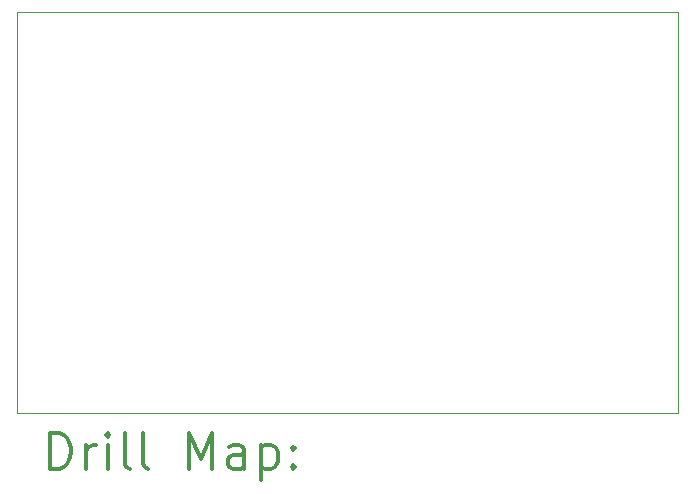
<source format=gbr>
%FSLAX45Y45*%
G04 Gerber Fmt 4.5, Leading zero omitted, Abs format (unit mm)*
G04 Created by KiCad (PCBNEW (5.1.5-0)) date 2022-05-12 16:28:52*
%MOMM*%
%LPD*%
G04 APERTURE LIST*
%TA.AperFunction,Profile*%
%ADD10C,0.050000*%
%TD*%
%ADD11C,0.200000*%
%ADD12C,0.300000*%
G04 APERTURE END LIST*
D10*
X14400000Y-6000000D02*
X8800000Y-6000000D01*
X14400000Y-9400000D02*
X14400000Y-6000000D01*
X8800000Y-9400000D02*
X14400000Y-9400000D01*
X8800000Y-6000000D02*
X8800000Y-9400000D01*
D11*
D12*
X9083928Y-9868214D02*
X9083928Y-9568214D01*
X9155357Y-9568214D01*
X9198214Y-9582500D01*
X9226786Y-9611072D01*
X9241071Y-9639643D01*
X9255357Y-9696786D01*
X9255357Y-9739643D01*
X9241071Y-9796786D01*
X9226786Y-9825357D01*
X9198214Y-9853929D01*
X9155357Y-9868214D01*
X9083928Y-9868214D01*
X9383928Y-9868214D02*
X9383928Y-9668214D01*
X9383928Y-9725357D02*
X9398214Y-9696786D01*
X9412500Y-9682500D01*
X9441071Y-9668214D01*
X9469643Y-9668214D01*
X9569643Y-9868214D02*
X9569643Y-9668214D01*
X9569643Y-9568214D02*
X9555357Y-9582500D01*
X9569643Y-9596786D01*
X9583928Y-9582500D01*
X9569643Y-9568214D01*
X9569643Y-9596786D01*
X9755357Y-9868214D02*
X9726786Y-9853929D01*
X9712500Y-9825357D01*
X9712500Y-9568214D01*
X9912500Y-9868214D02*
X9883928Y-9853929D01*
X9869643Y-9825357D01*
X9869643Y-9568214D01*
X10255357Y-9868214D02*
X10255357Y-9568214D01*
X10355357Y-9782500D01*
X10455357Y-9568214D01*
X10455357Y-9868214D01*
X10726786Y-9868214D02*
X10726786Y-9711072D01*
X10712500Y-9682500D01*
X10683928Y-9668214D01*
X10626786Y-9668214D01*
X10598214Y-9682500D01*
X10726786Y-9853929D02*
X10698214Y-9868214D01*
X10626786Y-9868214D01*
X10598214Y-9853929D01*
X10583928Y-9825357D01*
X10583928Y-9796786D01*
X10598214Y-9768214D01*
X10626786Y-9753929D01*
X10698214Y-9753929D01*
X10726786Y-9739643D01*
X10869643Y-9668214D02*
X10869643Y-9968214D01*
X10869643Y-9682500D02*
X10898214Y-9668214D01*
X10955357Y-9668214D01*
X10983928Y-9682500D01*
X10998214Y-9696786D01*
X11012500Y-9725357D01*
X11012500Y-9811072D01*
X10998214Y-9839643D01*
X10983928Y-9853929D01*
X10955357Y-9868214D01*
X10898214Y-9868214D01*
X10869643Y-9853929D01*
X11141071Y-9839643D02*
X11155357Y-9853929D01*
X11141071Y-9868214D01*
X11126786Y-9853929D01*
X11141071Y-9839643D01*
X11141071Y-9868214D01*
X11141071Y-9682500D02*
X11155357Y-9696786D01*
X11141071Y-9711072D01*
X11126786Y-9696786D01*
X11141071Y-9682500D01*
X11141071Y-9711072D01*
M02*

</source>
